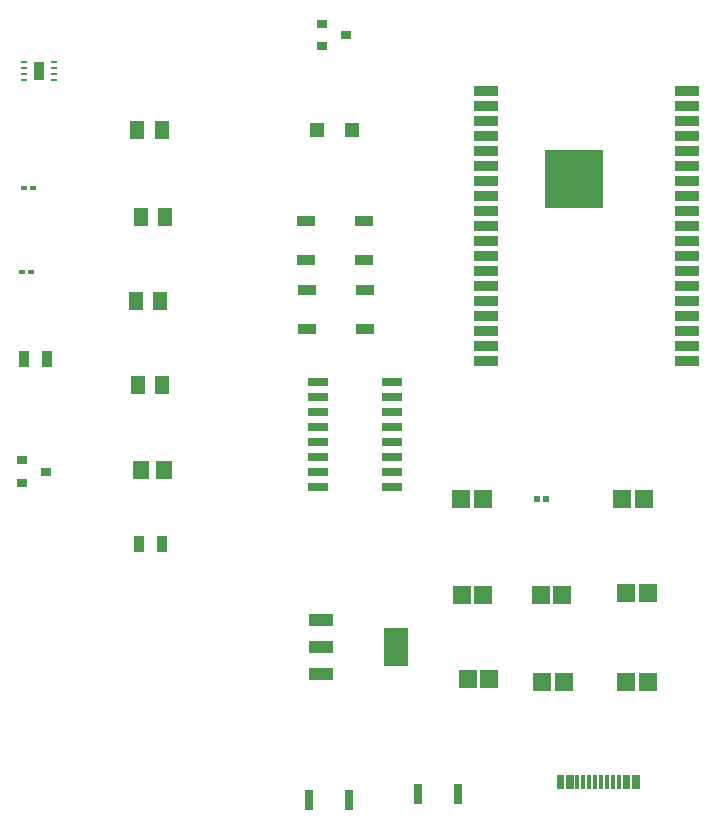
<source format=gtp>
%TF.GenerationSoftware,Altium Limited,Altium Designer,22.4.2 (48)*%
G04 Layer_Color=8421504*
%FSLAX45Y45*%
%MOMM*%
%TF.SameCoordinates,2FA726A9-CE4F-4E86-892B-79CA134EB5E5*%
%TF.FilePolarity,Positive*%
%TF.FileFunction,Paste,Top*%
%TF.Part,Single*%
G01*
G75*
%TA.AperFunction,SMDPad,CuDef*%
%ADD11R,0.30000X1.15000*%
%ADD12R,2.00000X0.90000*%
%ADD13R,5.00000X5.00000*%
%ADD14R,1.50000X0.90000*%
%ADD15R,1.80000X0.64000*%
%ADD16R,1.50000X1.55000*%
%ADD17R,1.55000X1.55000*%
%ADD18R,0.52000X0.52000*%
%ADD19R,1.25000X1.22000*%
G04:AMPARAMS|DCode=20|XSize=3.25mm|YSize=2.05mm|CornerRadius=0.05125mm|HoleSize=0mm|Usage=FLASHONLY|Rotation=90.000|XOffset=0mm|YOffset=0mm|HoleType=Round|Shape=RoundedRectangle|*
%AMROUNDEDRECTD20*
21,1,3.25000,1.94750,0,0,90.0*
21,1,3.14750,2.05000,0,0,90.0*
1,1,0.10250,0.97375,1.57375*
1,1,0.10250,0.97375,-1.57375*
1,1,0.10250,-0.97375,-1.57375*
1,1,0.10250,-0.97375,1.57375*
%
%ADD20ROUNDEDRECTD20*%
G04:AMPARAMS|DCode=21|XSize=1mm|YSize=2.05mm|CornerRadius=0.05mm|HoleSize=0mm|Usage=FLASHONLY|Rotation=90.000|XOffset=0mm|YOffset=0mm|HoleType=Round|Shape=RoundedRectangle|*
%AMROUNDEDRECTD21*
21,1,1.00000,1.95000,0,0,90.0*
21,1,0.90000,2.05000,0,0,90.0*
1,1,0.10000,0.97500,0.45000*
1,1,0.10000,0.97500,-0.45000*
1,1,0.10000,-0.97500,-0.45000*
1,1,0.10000,-0.97500,0.45000*
%
%ADD21ROUNDEDRECTD21*%
%ADD22R,0.95000X1.45000*%
%ADD23R,1.40000X1.55000*%
%ADD24R,0.90000X0.80000*%
%ADD25R,1.25000X1.55000*%
%ADD26R,0.80000X1.70000*%
%ADD27R,0.50000X0.45000*%
%TA.AperFunction,NonConductor*%
%ADD69R,0.55000X0.25000*%
%ADD70R,0.90000X1.60000*%
D11*
X12425400Y4494500D02*
D03*
X12345400D02*
D03*
X11865400D02*
D03*
X11785400D02*
D03*
X11755400D02*
D03*
X11835400D02*
D03*
X11915400D02*
D03*
X11965400D02*
D03*
X12015400D02*
D03*
X12065400D02*
D03*
X12115400D02*
D03*
X12165400D02*
D03*
X12215400D02*
D03*
X12265400D02*
D03*
X12315400D02*
D03*
X12395400D02*
D03*
D12*
X11138800Y10351000D02*
D03*
Y10224000D02*
D03*
Y10097000D02*
D03*
Y9970000D02*
D03*
Y9843000D02*
D03*
Y9716000D02*
D03*
Y9589000D02*
D03*
Y9462000D02*
D03*
Y9335000D02*
D03*
Y9208000D02*
D03*
Y9081000D02*
D03*
Y8954000D02*
D03*
Y8827000D02*
D03*
Y8700000D02*
D03*
Y8573000D02*
D03*
Y8446000D02*
D03*
Y8319000D02*
D03*
Y8192000D02*
D03*
Y8065000D02*
D03*
X12838800D02*
D03*
Y8192000D02*
D03*
Y8319000D02*
D03*
Y8446000D02*
D03*
Y8573000D02*
D03*
Y8700000D02*
D03*
Y8827000D02*
D03*
Y8954000D02*
D03*
Y9081000D02*
D03*
Y9208000D02*
D03*
Y9335000D02*
D03*
Y9462000D02*
D03*
Y9589000D02*
D03*
Y9716000D02*
D03*
Y9843000D02*
D03*
Y9970000D02*
D03*
Y10097000D02*
D03*
Y10224000D02*
D03*
Y10351000D02*
D03*
D13*
X11888800Y9601000D02*
D03*
D14*
X9626600Y8661200D02*
D03*
Y8331200D02*
D03*
X10116600D02*
D03*
Y8661200D02*
D03*
X10109200Y9245600D02*
D03*
Y8915600D02*
D03*
X9619200D02*
D03*
Y9245600D02*
D03*
D15*
X9722500Y7886700D02*
D03*
Y7759700D02*
D03*
Y7632700D02*
D03*
Y7505700D02*
D03*
Y7378700D02*
D03*
Y7251700D02*
D03*
Y7124700D02*
D03*
Y6997700D02*
D03*
X10343500D02*
D03*
Y7124700D02*
D03*
Y7251700D02*
D03*
Y7378700D02*
D03*
Y7505700D02*
D03*
Y7632700D02*
D03*
Y7759700D02*
D03*
Y7886700D02*
D03*
D16*
X10932500Y6896100D02*
D03*
X11112500D02*
D03*
X12509500Y5346700D02*
D03*
X12329500D02*
D03*
X11164400Y5372100D02*
D03*
X10984400D02*
D03*
X11113600Y6083300D02*
D03*
X10933600D02*
D03*
X11785600D02*
D03*
X11605600D02*
D03*
X12509500Y6096000D02*
D03*
X12329500D02*
D03*
D17*
X12290000Y6896100D02*
D03*
X12475000D02*
D03*
X11798300Y5346700D02*
D03*
X11613300D02*
D03*
D18*
X11569700Y6896100D02*
D03*
X11649700D02*
D03*
D19*
X10002700Y10020300D02*
D03*
X9707700D02*
D03*
D20*
X10375900Y5638800D02*
D03*
D21*
X9740900Y5408800D02*
D03*
Y5638800D02*
D03*
Y5868800D02*
D03*
D22*
X8394700Y6515100D02*
D03*
X8199700D02*
D03*
X7421300Y8077200D02*
D03*
X7226300D02*
D03*
D23*
X8223500Y7137400D02*
D03*
X8413500D02*
D03*
D24*
X9755200Y10915400D02*
D03*
Y10725400D02*
D03*
X9955200Y10820400D02*
D03*
X7215200Y7219700D02*
D03*
Y7029700D02*
D03*
X7415200Y7124700D02*
D03*
D25*
X8190600Y7861300D02*
D03*
X8395600D02*
D03*
X8216900Y9283700D02*
D03*
X8421900D02*
D03*
X8189700Y10020300D02*
D03*
X8394700D02*
D03*
X8177900Y8572500D02*
D03*
X8382900D02*
D03*
D26*
X10561500Y4394200D02*
D03*
X10901500D02*
D03*
X9982200Y4343400D02*
D03*
X9642200D02*
D03*
D27*
X7214200Y8813800D02*
D03*
X7289200D02*
D03*
X7226900Y9525000D02*
D03*
X7301900D02*
D03*
D69*
X7480800Y10590600D02*
D03*
Y10540600D02*
D03*
Y10490600D02*
D03*
Y10440600D02*
D03*
X7225800D02*
D03*
Y10490600D02*
D03*
Y10540600D02*
D03*
Y10590600D02*
D03*
D70*
X7353300Y10515600D02*
D03*
%TF.MD5,82fd13f63375017a441ee1bf2dd3f9c0*%
M02*

</source>
